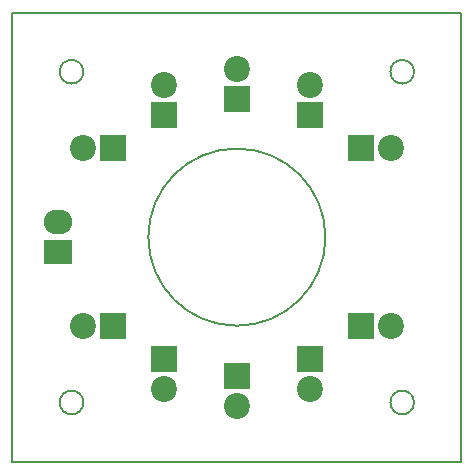
<source format=gbr>
%TF.GenerationSoftware,KiCad,Pcbnew,(5.0.0)*%
%TF.CreationDate,2020-05-10T15:15:54+01:00*%
%TF.ProjectId,anneau_led,616E6E6561755F6C65642E6B69636164,rev?*%
%TF.SameCoordinates,Original*%
%TF.FileFunction,Soldermask,Bot*%
%TF.FilePolarity,Negative*%
%FSLAX46Y46*%
G04 Gerber Fmt 4.6, Leading zero omitted, Abs format (unit mm)*
G04 Created by KiCad (PCBNEW (5.0.0)) date 05/10/20 15:15:54*
%MOMM*%
%LPD*%
G01*
G04 APERTURE LIST*
%ADD10C,0.200000*%
%ADD11O,2.400000X2.100000*%
%ADD12R,2.400000X2.100000*%
%ADD13R,2.200000X2.200000*%
%ADD14C,2.200000*%
G04 APERTURE END LIST*
D10*
X115000000Y-114000000D02*
G75*
G03X115000000Y-114000000I-1000000J0D01*
G01*
X87000000Y-114000000D02*
G75*
G03X87000000Y-114000000I-1000000J0D01*
G01*
X87000000Y-86000000D02*
G75*
G03X87000000Y-86000000I-1000000J0D01*
G01*
X115000000Y-86000000D02*
G75*
G03X115000000Y-86000000I-1000000J0D01*
G01*
X81000000Y-81000000D02*
X119000000Y-81000000D01*
X81000000Y-81000000D02*
X81000000Y-119000000D01*
X81000000Y-119000000D02*
X119000000Y-119000000D01*
X119000000Y-81000000D02*
X119000000Y-119000000D01*
X107500000Y-100000000D02*
G75*
G03X107500000Y-100000000I-7500000J0D01*
G01*
D11*
X84836000Y-98719000D03*
D12*
X84836000Y-101219000D03*
D13*
X110500000Y-92450000D03*
D14*
X113040000Y-92450000D03*
X106170000Y-87120000D03*
D13*
X106170000Y-89660000D03*
X93830000Y-89660000D03*
D14*
X93830000Y-87120000D03*
X86960000Y-92450000D03*
D13*
X89500000Y-92450000D03*
X89500000Y-107550000D03*
D14*
X86960000Y-107550000D03*
X93830000Y-112880000D03*
D13*
X93830000Y-110340000D03*
X100000000Y-111730000D03*
D14*
X100000000Y-114270000D03*
X106170000Y-112880000D03*
D13*
X106170000Y-110340000D03*
X110500000Y-107550000D03*
D14*
X113040000Y-107550000D03*
D13*
X100000000Y-88270000D03*
D14*
X100000000Y-85730000D03*
M02*

</source>
